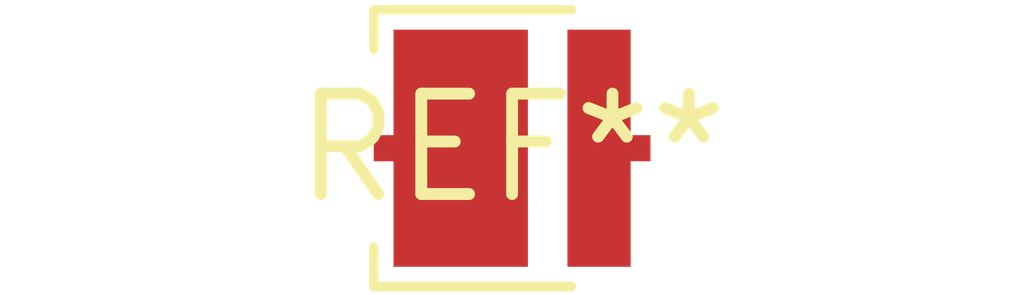
<source format=kicad_pcb>
(kicad_pcb (version 20240108) (generator pcbnew)
  (layers (0 "F.Cu" signal) (31 "B.Cu" signal) (34 "B.Paste" user) (35 "F.Paste" user) (36 "B.SilkS" user "B.Silkscreen") (37 "F.SilkS" user "F.Silkscreen") (38 "B.Mask" user) (39 "F.Mask" user) (44 "Edge.Cuts" user))
  (net 0 "")
  (footprint "LED_Cree-XH" (layer "F.Cu") (at 0 0)
    (property "Reference" "REF**")
    (property "Value" "LED_Cree-XH")
    (fp_line (start -1.75 -1.75) (end -1.75 -1.25) (layer "F.SilkS") (stroke (width 0.12)))
    (fp_line (start -1.75 1.25) (end -1.75 1.75) (layer "F.SilkS") (stroke (width 0.12)))
    (fp_line (start -1.75 1.75) (end 0.75 1.75) (layer "F.SilkS") (stroke (width 0.12)))
    (fp_line (start 0.75 -1.75) (end -1.75 -1.75) (layer "F.SilkS") (stroke (width 0.12)))
    (pad "1" smd rect (at -1.5 0) (size 0.5 0.33) (layers "F.Cu" "F.Mask"))
    (pad "1" smd rect (at -0.65 0) (size 1.7 3) (layers "F.Cu" "F.Mask"))
    (pad "2" smd rect (at 1.1 0) (size 0.8 3) (layers "F.Cu" "F.Mask"))
    (pad "2" smd rect (at 1.5 0) (size 0.5 0.33) (layers "F.Cu" "F.Mask"))
  )
)
</source>
